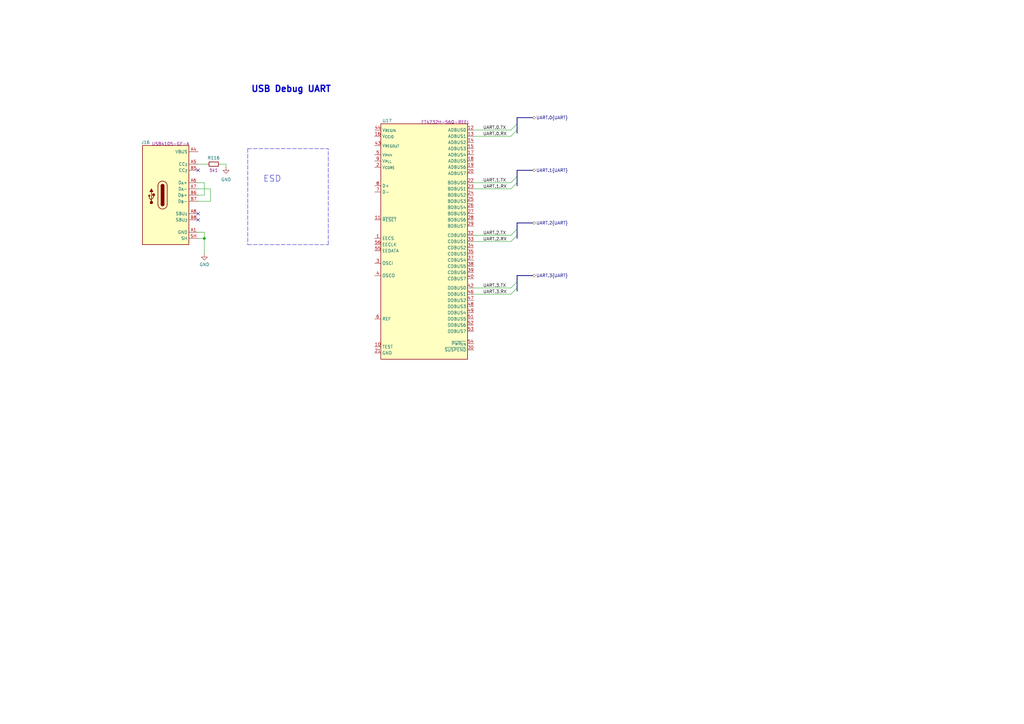
<source format=kicad_sch>
(kicad_sch (version 20211123) (generator eeschema)
  (paper "A3")
  (title_block (title "CM4 Baseboard") (rev "1.0.0") (company "Antmicro") (comment 1 "www.antmicro.com"))
  (lib_symbols
    (symbol "antmicroInterfaceControllers:FT4232H_VQFN"
      (property "Reference" "U" (at 55.88 -2.54 0))
      (property "Value" "FT4232H_VQFN" (at 55.88 -5.08 0))
      (symbol "FT4232H_VQFN_1_1"
        (rectangle (start 2.54 2.54) (end 38.1 -93.98) (stroke (width 0.254)) (fill (type background)))
        (pin bidirectional line (at 0 -44.45 0) (length 2.54) (name "EECS") (number "1"))
        (pin input line (at 0 -88.9 0) (length 2.54) (name "TEST") (number "10"))
        (pin input line (at 0 -36.83 0) (length 2.54) (name "~{RESET}") (number "11"))
        (pin bidirectional line (at 40.64 0 180) (length 2.54) (name "ADBUS0") (number "12"))
        (pin bidirectional line (at 40.64 -2.54 180) (length 2.54) (name "ADBUS1") (number "13"))
        (pin bidirectional line (at 40.64 -5.08 180) (length 2.54) (name "ADBUS2") (number "14"))
        (pin bidirectional line (at 40.64 -7.62 180) (length 2.54) (name "ADBUS3") (number "15"))
        (pin power_in line (at 0 -2.54 0) (length 2.54) (name "V_{CCIO}") (number "16"))
        (pin bidirectional line (at 40.64 -10.16 180) (length 2.54) (name "ADBUS4") (number "17"))
        (pin bidirectional line (at 40.64 -12.7 180) (length 2.54) (name "ADBUS5") (number "18"))
        (pin bidirectional line (at 40.64 -15.24 180) (length 2.54) (name "ADBUS6") (number "19"))
        (pin power_in line (at 0 -15.24 0) (length 2.54) (name "V_{CORE}") (number "2"))
        (pin bidirectional line (at 40.64 -17.78 180) (length 2.54) (name "ADBUS7") (number "20"))
        (pin power_in line (at 0 -91.44 0) (length 2.54) (name "GND") (number "21"))
        (pin bidirectional line (at 40.64 -21.59 180) (length 2.54) (name "BDBUS0") (number "22"))
        (pin bidirectional line (at 40.64 -24.13 180) (length 2.54) (name "BDBUS1") (number "23"))
        (pin bidirectional line (at 40.64 -26.67 180) (length 2.54) (name "BDBUS2") (number "24"))
        (pin bidirectional line (at 40.64 -29.21 180) (length 2.54) (name "BDBUS3") (number "25"))
        (pin bidirectional line (at 40.64 -31.75 180) (length 2.54) (name "BDBUS4") (number "26"))
        (pin bidirectional line (at 40.64 -34.29 180) (length 2.54) (name "BDBUS5") (number "27"))
        (pin bidirectional line (at 40.64 -36.83 180) (length 2.54) (name "BDBUS6") (number "28"))
        (pin bidirectional line (at 40.64 -39.37 180) (length 2.54) (name "BDBUS7") (number "29"))
        (pin input line (at 0 -54.61 0) (length 2.54) (name "OSCI") (number "3"))
        (pin output line (at 40.64 -90.17 180) (length 2.54) (name "~{SUSPEND}") (number "30"))
        (pin passive line (at 0 -15.24 0) (length 2.54) hide (name "V_{CORE}") (number "31"))
        (pin bidirectional line (at 40.64 -43.18 180) (length 2.54) (name "CDBUS0") (number "32"))
        (pin bidirectional line (at 40.64 -45.72 180) (length 2.54) (name "CDBUS1") (number "33"))
        (pin bidirectional line (at 40.64 -48.26 180) (length 2.54) (name "CDBUS2") (number "34"))
        (pin bidirectional line (at 40.64 -50.8 180) (length 2.54) (name "CDBUS3") (number "35"))
        (pin passive line (at 0 -2.54 0) (length 2.54) hide (name "V_{CCIO}") (number "36"))
        (pin bidirectional line (at 40.64 -53.34 180) (length 2.54) (name "CDBUS4") (number "37"))
        (pin bidirectional line (at 40.64 -55.88 180) (length 2.54) (name "CDBUS5") (number "38"))
        (pin bidirectional line (at 40.64 -58.42 180) (length 2.54) (name "CDBUS6") (number "39"))
        (pin output line (at 0 -59.69 0) (length 2.54) (name "OSCO") (number "4"))
        (pin bidirectional line (at 40.64 -60.96 180) (length 2.54) (name "CDBUS7") (number "40"))
        (pin passive line (at 0 -91.44 0) (length 2.54) hide (name "GND") (number "41"))
        (pin bidirectional line (at 40.64 -64.77 180) (length 2.54) (name "DDBUS0") (number "42"))
        (pin power_out line (at 0 -6.35 0) (length 2.54) (name "V_{REGOUT}") (number "43"))
        (pin power_in line (at 0 0 0) (length 2.54) (name "V_{REGIN}") (number "44"))
        (pin passive line (at 0 -91.44 0) (length 2.54) hide (name "GND") (number "45"))
        (pin bidirectional line (at 40.64 -67.31 180) (length 2.54) (name "DDBUS1") (number "46"))
        (pin bidirectional line (at 40.64 -69.85 180) (length 2.54) (name "DDBUS2") (number "47"))
        (pin bidirectional line (at 40.64 -72.39 180) (length 2.54) (name "DDBUS3") (number "48"))
        (pin bidirectional line (at 40.64 -74.93 180) (length 2.54) (name "DDBUS4") (number "49"))
        (pin power_in line (at 0 -10.16 0) (length 2.54) (name "V_{PHY}") (number "5"))
        (pin passive line (at 0 -2.54 0) (length 2.54) hide (name "V_{CCIO}") (number "50"))
        (pin bidirectional line (at 40.64 -77.47 180) (length 2.54) (name "DDBUS5") (number "51"))
        (pin bidirectional line (at 40.64 -80.01 180) (length 2.54) (name "DDBUS6") (number "52"))
        (pin bidirectional line (at 40.64 -82.55 180) (length 2.54) (name "DDBUS7") (number "53"))
        (pin output line (at 40.64 -87.63 180) (length 2.54) (name "~{PWR_{EN}}") (number "54"))
        (pin bidirectional line (at 0 -49.53 0) (length 2.54) (name "EEDATA") (number "55"))
        (pin output line (at 0 -46.99 0) (length 2.54) (name "EECLK") (number "56"))
        (pin passive line (at 0 -91.44 0) (length 2.54) hide (name "GND") (number "57"))
        (pin input line (at 0 -77.47 0) (length 2.54) (name "REF") (number "6"))
        (pin bidirectional line (at 0 -25.4 0) (length 2.54) (name "D-") (number "7"))
        (pin bidirectional line (at 0 -22.86 0) (length 2.54) (name "D+") (number "8"))
        (pin power_in line (at 0 -12.7 0) (length 2.54) (name "V_{PLL}") (number "9"))
      )
    )
    (symbol "antmicroResistors0402:R_5k1_0402" (pin_numbers hide) (pin_names hide)
      (property "Reference" "R" (at 20.32 -5.08 0))
      (property "Val" "5k1" (at 20.32 -7.62 0))
      (symbol "R_5k1_0402_0_1"
        (rectangle (start 0.635 0.889) (end 4.445 -0.889) (stroke (width 0.254)))
      )
      (symbol "R_5k1_0402_1_1"
        (pin passive line (at 0 0 0) (length 0.635) (name "~") (number "1"))
        (pin passive line (at 5.08 0 180) (length 0.635) (name "~") (number "2"))
      )
    )
    (symbol "antmicroUSBConnectors:USB-C_GCT_USB4105-GF-A"
      (property "Reference" "J" (at 38.1 -2.54 0))
      (property "Value" "USB-C_GCT_USB4105-GF-A" (at 38.1 -5.08 0))
      (symbol "USB-C_GCT_USB4105-GF-A_1_1"
        (rectangle (start -22.86 2.54) (end -3.81 -38.1) (stroke (width 0.254)) (fill (type background)))
        (circle (center -20.066 -18.034) (radius 0.284) (stroke (width 0.254)) (fill (type outline)))
        (circle (center -19.177 -20.828) (radius 0.5236) (stroke (width 0.254)) (fill (type outline)))
        (rectangle (start -18.669 -18.034) (end -17.907 -17.272) (stroke (width 0.254)) (fill (type outline)))
        (arc (start -16.51 -21.59) (mid -14.605 -23.495) (end -12.7 -21.59) (stroke (width 0.254)) (fill (type background)))
        (arc (start -15.24 -21.59) (mid -14.605 -22.225) (end -13.97 -21.59) (stroke (width 0.254)) (fill (type outline)))
        (arc (start -15.24 -21.59) (mid -14.605 -22.225) (end -13.97 -21.59) (stroke (width 0.254)) (fill (type background)))
        (rectangle (start -15.24 -21.59) (end -13.97 -13.97) (stroke (width 0.254)) (fill (type outline)))
        (arc (start -13.97 -13.97) (mid -14.605 -13.335) (end -15.24 -13.97) (stroke (width 0.254)) (fill (type outline)))
        (arc (start -13.97 -13.97) (mid -14.605 -13.335) (end -15.24 -13.97) (stroke (width 0.254)) (fill (type background)))
        (arc (start -12.7 -13.97) (mid -14.605 -12.065) (end -16.51 -13.97) (stroke (width 0.254)) (fill (type background)))
        (polyline (pts (xy -19.177 -20.701) (xy -19.177 -16.383)) (stroke (width 0.254)) (fill (type background)))
        (polyline (pts (xy -16.51 -21.59) (xy -16.51 -13.97)) (stroke (width 0.254)) (fill (type background)))
        (polyline (pts (xy -12.7 -13.97) (xy -12.7 -21.59)) (stroke (width 0.254)) (fill (type background)))
        (polyline (pts (xy -19.177 -19.939) (xy -20.066 -19.05) (xy -20.066 -18.415)) (stroke (width 0.254)) (fill (type background)))
        (polyline (pts (xy -19.177 -19.558) (xy -18.288 -18.669) (xy -18.288 -18.034)) (stroke (width 0.254)) (fill (type background)))
        (polyline (pts (xy -19.812 -16.383) (xy -19.177 -15.24) (xy -18.542 -16.383) (xy -19.812 -16.383)) (stroke (width 0.254)) (fill (type outline)))
        (pin power_in line (at 0 -33.02 180) (length 3.81) (name "GND") (number "A1"))
        (pin passive line (at 0 -33.02 180) (length 3.81) hide (name "GND") (number "A12"))
        (pin passive line (at 0 0 180) (length 3.81) (name "VBUS") (number "A4"))
        (pin bidirectional line (at 0 -5.08 180) (length 3.81) (name "CC_{1}") (number "A5"))
        (pin bidirectional line (at 0 -12.7 180) (length 3.81) (name "D_{A}+") (number "A6"))
        (pin bidirectional line (at 0 -15.24 180) (length 3.81) (name "D_{A}-") (number "A7"))
        (pin bidirectional line (at 0 -25.4 180) (length 3.81) (name "SBU_{1}") (number "A8"))
        (pin passive line (at 0 0 180) (length 3.81) hide (name "VBUS") (number "A9"))
        (pin passive line (at 0 -33.02 180) (length 3.81) hide (name "GND") (number "B1"))
        (pin passive line (at 0 -33.02 180) (length 3.81) hide (name "GND") (number "B12"))
        (pin passive line (at 0 0 180) (length 3.81) hide (name "VBUS") (number "B4"))
        (pin bidirectional line (at 0 -7.62 180) (length 3.81) (name "CC_{2}") (number "B5"))
        (pin bidirectional line (at 0 -17.78 180) (length 3.81) (name "D_{B}+") (number "B6"))
        (pin bidirectional line (at 0 -20.32 180) (length 3.81) (name "D_{B}-") (number "B7"))
        (pin bidirectional line (at 0 -27.94 180) (length 3.81) (name "SBU_{2}") (number "B8"))
        (pin passive line (at 0 0 180) (length 3.81) hide (name "VBUS") (number "B9"))
        (pin passive line (at 0 -35.56 180) (length 3.81) (name "SH") (number "SH"))
      )
    )
    (symbol "antmicropower:GND" (power) (pin_numbers hide) (pin_names hide)
      (property "Value" "GND" (at 8.89 -5.08 0))
      (symbol "GND_1_1"
        (polyline (pts (xy 0 0) (xy 0 -1.27) (xy 1.27 -1.27) (xy 0 -2.54) (xy -1.27 -1.27) (xy 0 -1.27)))
        (pin power_in line (at 0 0 270) (length 0) (name "GND") (number "1"))
      )
    )
  )
  (junction (at 83.82 97.79))
  (no_connect (at 81.28 69.85))
  (no_connect (at 81.28 87.63))
  (no_connect (at 81.28 90.17))
  (bus_entry (at 212.09 53.34) (size -2.54 2.54))
  (bus_entry (at 212.09 50.8) (size -2.54 2.54))
  (bus_entry (at 212.09 93.98) (size -2.54 2.54))
  (bus_entry (at 212.09 72.39) (size -2.54 2.54))
  (bus_entry (at 212.09 115.57) (size -2.54 2.54))
  (bus_entry (at 212.09 74.93) (size -2.54 2.54))
  (bus_entry (at 212.09 96.52) (size -2.54 2.54))
  (bus_entry (at 212.09 118.11) (size -2.54 2.54))
  (bus (pts (xy 218.44 113.03) (xy 212.09 113.03)))
  (bus (pts (xy 212.09 53.34) (xy 212.09 54.61)))
  (wire (pts (xy 81.28 67.31) (xy 85.09 67.31)))
  (polyline (pts (xy 101.6 60.96) (xy 134.62 60.96)))
  (polyline (pts (xy 101.6 100.33) (xy 134.62 100.33)))
  (wire (pts (xy 83.82 95.25) (xy 83.82 97.79)))
  (bus (pts (xy 212.09 115.57) (xy 212.09 118.11)))
  (polyline (pts (xy 134.62 100.33) (xy 134.62 60.96)))
  (polyline (pts (xy 101.6 60.96) (xy 101.6 100.33)))
  (wire (pts (xy 83.82 80.01) (xy 81.28 80.01)))
  (wire (pts (xy 86.36 77.47) (xy 86.36 82.55)))
  (bus (pts (xy 212.09 50.8) (xy 212.09 53.34)))
  (bus (pts (xy 218.44 48.26) (xy 212.09 48.26)))
  (wire (pts (xy 86.36 82.55) (xy 81.28 82.55)))
  (wire (pts (xy 90.17 67.31) (xy 92.71 67.31)))
  (wire (pts (xy 194.31 53.34) (xy 209.55 53.34)))
  (wire (pts (xy 81.28 97.79) (xy 83.82 97.79)))
  (wire (pts (xy 81.28 74.93) (xy 83.82 74.93)))
  (bus (pts (xy 212.09 96.52) (xy 212.09 97.79)))
  (bus (pts (xy 212.09 48.26) (xy 212.09 50.8)))
  (wire (pts (xy 81.28 77.47) (xy 86.36 77.47)))
  (wire (pts (xy 92.71 67.31) (xy 92.71 68.58)))
  (wire (pts (xy 83.82 97.79) (xy 83.82 104.14)))
  (wire (pts (xy 81.28 95.25) (xy 83.82 95.25)))
  (wire (pts (xy 194.31 74.93) (xy 209.55 74.93)))
  (wire (pts (xy 194.31 77.47) (xy 209.55 77.47)))
  (bus (pts (xy 212.09 118.11) (xy 212.09 119.38)))
  (bus (pts (xy 212.09 69.85) (xy 212.09 72.39)))
  (bus (pts (xy 218.44 91.44) (xy 212.09 91.44)))
  (wire (pts (xy 194.31 55.88) (xy 209.55 55.88)))
  (wire (pts (xy 83.82 74.93) (xy 83.82 80.01)))
  (bus (pts (xy 212.09 72.39) (xy 212.09 74.93)))
  (wire (pts (xy 194.31 118.11) (xy 209.55 118.11)))
  (wire (pts (xy 194.31 99.06) (xy 209.55 99.06)))
  (wire (pts (xy 194.31 96.52) (xy 209.55 96.52)))
  (bus (pts (xy 212.09 113.03) (xy 212.09 115.57)))
  (bus (pts (xy 212.09 93.98) (xy 212.09 96.52)))
  (bus (pts (xy 218.44 69.85) (xy 212.09 69.85)))
  (wire (pts (xy 194.31 120.65) (xy 209.55 120.65)))
  (bus (pts (xy 212.09 74.93) (xy 212.09 76.2)))
  (bus (pts (xy 212.09 91.44) (xy 212.09 93.98)))
  (text "USB Debug UART" (at 102.87 38.1 0) (effects (font (size 2.54 2.54) bold) (justify left bottom)))
  (text "ESD\n" (at 107.95 74.93 0) (effects (font (size 2.54 2.54)) (justify left bottom)))
  (label "UART.0.TX" (at 198.12 53.34 0))
  (label "UART.2.TX" (at 198.12 96.52 0))
  (label "UART.1.RX" (at 198.12 77.47 0))
  (label "UART.3.RX" (at 198.12 120.65 0))
  (label "UART.2.RX" (at 198.12 99.06 0))
  (label "UART.3.TX" (at 198.12 118.11 0))
  (label "UART.0.RX" (at 198.12 55.88 0))
  (label "UART.1.TX" (at 198.12 74.93 0))
  (hierarchical_label "UART.0{UART}" (shape bidirectional) (at 218.44 48.26 0))
  (hierarchical_label "UART.3{UART}" (shape bidirectional) (at 218.44 113.03 0))
  (hierarchical_label "UART.1{UART}" (shape bidirectional) (at 218.44 69.85 0))
  (hierarchical_label "UART.2{UART}" (shape bidirectional) (at 218.44 91.44 0))
  (symbol (lib_id "antmicropower:GND") (at 83.82 104.14 0) (unit 1)
    (property "Reference" "#PWR0151" (effects hide))
    (property "Value" "GND" (at 81.8098 109.22 0) (effects (justify left bottom)))
    (property "Author" "Antmicro" (effects hide))
    (property "License" "Apache-2.0" (effects hide))
  )
  (symbol (lib_id "antmicroInterfaceControllers:FT4232H_VQFN") (at 153.67 53.34 0) (unit 1)
    (property "Reference" "U17" (at 158.75 49.53 0))
    (property "Value" "FT4232H_VQFN" (effects hide))
    (property "Footprint" "antmicro-footprints:QFN-56-1EP_8x8mm_P0.5mm" (effects hide))
    (property "Datasheet" "https://www.ftdichip.com/Support/Documents/DataSheets/ICs/DS_FT4232H.pdf" (effects hide))
    (property "Manufacturer" "FTDI Chip" (effects hide))
    (property "MPN" "FT4232H-56Q-REEL" (at 172.72 50.8 0) (effects (justify left bottom)))
    (property "Author" "Antmicro" (effects hide))
    (property "License" "Apache-2.0" (effects hide))
  )
  (symbol (lib_id "antmicroUSBConnectors:USB-C_GCT_USB4105-GF-A") (at 81.28 62.23 0) (unit 1)
    (property "Reference" "J16" (at 59.69 58.42 0))
    (property "Value" "USB-C_GCT_USB4105-GF-A" (effects hide))
    (property "Footprint" "antmicro-footprints:USB-C_Receptacle_GCT_USB4105-GF-A" (effects hide))
    (property "Datasheet" "https://gct.co/files/drawings/usb4105.pdf" (effects hide))
    (property "Manufacturer" "GCT" (effects hide))
    (property "MPN" "USB4105-GF-A" (at 62.23 59.69 0) (effects (justify left bottom)))
    (property "Author" "Antmicro" (effects hide))
    (property "License" "Apache-2.0" (effects hide))
    (property "VSD_Class" "USB-C" (effects hide))
  )
  (symbol (lib_id "antmicropower:GND") (at 92.71 68.58 0) (unit 1)
    (property "Reference" "#PWR0152" (effects hide))
    (property "Value" "GND" (at 92.71 73.66 0))
    (property "Author" "Antmicro" (effects hide))
    (property "License" "Apache-2.0" (effects hide))
  )
  (symbol (lib_id "antmicroResistors0402:R_5k1_0402") (at 90.17 67.31 180) (unit 1)
    (property "Reference" "R116" (at 87.63 64.77 0))
    (property "Value" "R_5k1_0402" (effects hide))
    (property "Footprint" "antmicro-footprints:R_0402_1005Metric" (effects hide))
    (property "Datasheet" "https://www.bourns.com/docs/product-datasheets/cr.pdf" (effects hide))
    (property "MPN" "CR0402-FX-5101GLF" (effects hide))
    (property "Manufacturer" "Bourns" (effects hide))
    (property "License" "Apache-2.0" (effects hide))
    (property "Author" "Antmicro" (effects hide))
    (property "Val" "5k1" (at 87.63 69.85 0))
    (property "Tolerance" "1%" (effects hide))
  )
)
</source>
